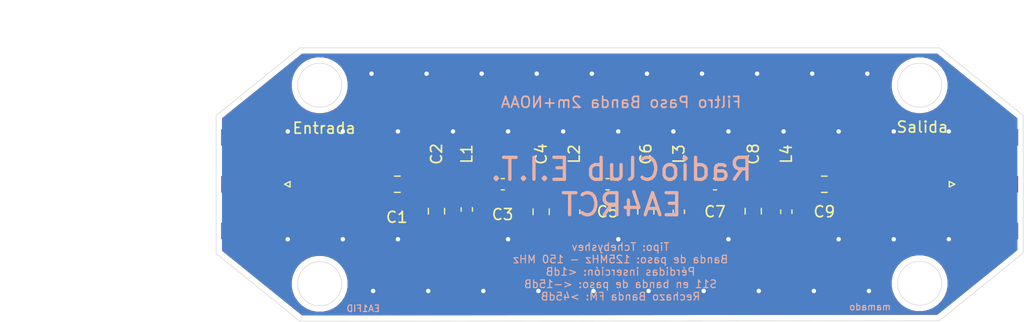
<source format=kicad_pcb>
(kicad_pcb (version 20171130) (host pcbnew "(5.1.8)-1")

  (general
    (thickness 1.6)
    (drawings 21)
    (tracks 86)
    (zones 0)
    (modules 15)
    (nets 8)
  )

  (page A4)
  (layers
    (0 F.Cu signal hide)
    (31 B.Cu signal)
    (32 B.Adhes user hide)
    (33 F.Adhes user hide)
    (34 B.Paste user)
    (35 F.Paste user hide)
    (36 B.SilkS user)
    (37 F.SilkS user hide)
    (38 B.Mask user)
    (39 F.Mask user hide)
    (40 Dwgs.User user)
    (41 Cmts.User user hide)
    (42 Eco1.User user)
    (43 Eco2.User user)
    (44 Edge.Cuts user)
    (45 Margin user hide)
    (46 B.CrtYd user hide)
    (47 F.CrtYd user hide)
    (48 B.Fab user hide)
    (49 F.Fab user hide)
  )

  (setup
    (last_trace_width 0.25)
    (user_trace_width 3)
    (trace_clearance 0.05)
    (zone_clearance 0.508)
    (zone_45_only no)
    (trace_min 0.2)
    (via_size 0.8)
    (via_drill 0.4)
    (via_min_size 0.4)
    (via_min_drill 0.3)
    (uvia_size 0.3)
    (uvia_drill 0.1)
    (uvias_allowed no)
    (uvia_min_size 0.2)
    (uvia_min_drill 0.1)
    (edge_width 0.05)
    (segment_width 0.2)
    (pcb_text_width 0.3)
    (pcb_text_size 1.5 1.5)
    (mod_edge_width 0.12)
    (mod_text_size 1 1)
    (mod_text_width 0.15)
    (pad_size 1.524 1.524)
    (pad_drill 0.762)
    (pad_to_mask_clearance 0)
    (aux_axis_origin 0 0)
    (visible_elements 7FFFFFFF)
    (pcbplotparams
      (layerselection 0x010fc_ffffffff)
      (usegerberextensions false)
      (usegerberattributes true)
      (usegerberadvancedattributes true)
      (creategerberjobfile true)
      (excludeedgelayer true)
      (linewidth 0.100000)
      (plotframeref false)
      (viasonmask false)
      (mode 1)
      (useauxorigin false)
      (hpglpennumber 1)
      (hpglpenspeed 20)
      (hpglpendiameter 15.000000)
      (psnegative false)
      (psa4output false)
      (plotreference true)
      (plotvalue true)
      (plotinvisibletext false)
      (padsonsilk false)
      (subtractmaskfromsilk false)
      (outputformat 1)
      (mirror false)
      (drillshape 1)
      (scaleselection 1)
      (outputdirectory ""))
  )

  (net 0 "")
  (net 1 "Net-(C1-Pad1)")
  (net 2 "Net-(C1-Pad2)")
  (net 3 Earth)
  (net 4 "Net-(C3-Pad1)")
  (net 5 "Net-(C5-Pad1)")
  (net 6 "Net-(C7-Pad1)")
  (net 7 "Net-(C9-Pad1)")

  (net_class Default "Esta es la clase de red por defecto."
    (clearance 0.05)
    (trace_width 0.25)
    (via_dia 0.8)
    (via_drill 0.4)
    (uvia_dia 0.3)
    (uvia_drill 0.1)
    (add_net Earth)
    (add_net "Net-(C1-Pad1)")
    (add_net "Net-(C1-Pad2)")
    (add_net "Net-(C3-Pad1)")
    (add_net "Net-(C5-Pad1)")
    (add_net "Net-(C7-Pad1)")
    (add_net "Net-(C9-Pad1)")
  )

  (module Capacitor_SMD:C_0805_2012Metric (layer F.Cu) (tedit 5F68FEEE) (tstamp 600745B4)
    (at 99.95 85 180)
    (descr "Capacitor SMD 0805 (2012 Metric), square (rectangular) end terminal, IPC_7351 nominal, (Body size source: IPC-SM-782 page 76, https://www.pcb-3d.com/wordpress/wp-content/uploads/ipc-sm-782a_amendment_1_and_2.pdf, https://docs.google.com/spreadsheets/d/1BsfQQcO9C6DZCsRaXUlFlo91Tg2WpOkGARC1WS5S8t0/edit?usp=sharing), generated with kicad-footprint-generator")
    (tags capacitor)
    (path /60070052)
    (attr smd)
    (fp_text reference C1 (at 0.05 -3) (layer F.SilkS)
      (effects (font (size 1 1) (thickness 0.15)))
    )
    (fp_text value 10pF (at 0 1.68) (layer F.Fab)
      (effects (font (size 1 1) (thickness 0.15)))
    )
    (fp_line (start 1.7 0.98) (end -1.7 0.98) (layer F.CrtYd) (width 0.05))
    (fp_line (start 1.7 -0.98) (end 1.7 0.98) (layer F.CrtYd) (width 0.05))
    (fp_line (start -1.7 -0.98) (end 1.7 -0.98) (layer F.CrtYd) (width 0.05))
    (fp_line (start -1.7 0.98) (end -1.7 -0.98) (layer F.CrtYd) (width 0.05))
    (fp_line (start -0.261252 0.735) (end 0.261252 0.735) (layer F.SilkS) (width 0.12))
    (fp_line (start -0.261252 -0.735) (end 0.261252 -0.735) (layer F.SilkS) (width 0.12))
    (fp_line (start 1 0.625) (end -1 0.625) (layer F.Fab) (width 0.1))
    (fp_line (start 1 -0.625) (end 1 0.625) (layer F.Fab) (width 0.1))
    (fp_line (start -1 -0.625) (end 1 -0.625) (layer F.Fab) (width 0.1))
    (fp_line (start -1 0.625) (end -1 -0.625) (layer F.Fab) (width 0.1))
    (fp_text user %R (at 0 0) (layer F.Fab)
      (effects (font (size 0.5 0.5) (thickness 0.08)))
    )
    (pad 1 smd roundrect (at -0.95 0 180) (size 1 1.45) (layers F.Cu F.Paste F.Mask) (roundrect_rratio 0.25)
      (net 1 "Net-(C1-Pad1)"))
    (pad 2 smd roundrect (at 0.95 0 180) (size 1 1.45) (layers F.Cu F.Paste F.Mask) (roundrect_rratio 0.25)
      (net 2 "Net-(C1-Pad2)"))
    (model ${KISYS3DMOD}/Capacitor_SMD.3dshapes/C_0805_2012Metric.wrl
      (at (xyz 0 0 0))
      (scale (xyz 1 1 1))
      (rotate (xyz 0 0 0))
    )
  )

  (module Capacitor_SMD:C_0805_2012Metric (layer F.Cu) (tedit 5F68FEEE) (tstamp 600745C5)
    (at 103.5 87.45 270)
    (descr "Capacitor SMD 0805 (2012 Metric), square (rectangular) end terminal, IPC_7351 nominal, (Body size source: IPC-SM-782 page 76, https://www.pcb-3d.com/wordpress/wp-content/uploads/ipc-sm-782a_amendment_1_and_2.pdf, https://docs.google.com/spreadsheets/d/1BsfQQcO9C6DZCsRaXUlFlo91Tg2WpOkGARC1WS5S8t0/edit?usp=sharing), generated with kicad-footprint-generator")
    (tags capacitor)
    (path /60073738)
    (attr smd)
    (fp_text reference C2 (at -5.2 0 90) (layer F.SilkS)
      (effects (font (size 1 1) (thickness 0.15)))
    )
    (fp_text value 2,7pF (at 0 1.68 90) (layer F.Fab)
      (effects (font (size 1 1) (thickness 0.15)))
    )
    (fp_line (start -1 0.625) (end -1 -0.625) (layer F.Fab) (width 0.1))
    (fp_line (start -1 -0.625) (end 1 -0.625) (layer F.Fab) (width 0.1))
    (fp_line (start 1 -0.625) (end 1 0.625) (layer F.Fab) (width 0.1))
    (fp_line (start 1 0.625) (end -1 0.625) (layer F.Fab) (width 0.1))
    (fp_line (start -0.261252 -0.735) (end 0.261252 -0.735) (layer F.SilkS) (width 0.12))
    (fp_line (start -0.261252 0.735) (end 0.261252 0.735) (layer F.SilkS) (width 0.12))
    (fp_line (start -1.7 0.98) (end -1.7 -0.98) (layer F.CrtYd) (width 0.05))
    (fp_line (start -1.7 -0.98) (end 1.7 -0.98) (layer F.CrtYd) (width 0.05))
    (fp_line (start 1.7 -0.98) (end 1.7 0.98) (layer F.CrtYd) (width 0.05))
    (fp_line (start 1.7 0.98) (end -1.7 0.98) (layer F.CrtYd) (width 0.05))
    (fp_text user %R (at 0 0 90) (layer F.Fab)
      (effects (font (size 0.5 0.5) (thickness 0.08)))
    )
    (pad 2 smd roundrect (at 0.95 0 270) (size 1 1.45) (layers F.Cu F.Paste F.Mask) (roundrect_rratio 0.25)
      (net 3 Earth))
    (pad 1 smd roundrect (at -0.95 0 270) (size 1 1.45) (layers F.Cu F.Paste F.Mask) (roundrect_rratio 0.25)
      (net 1 "Net-(C1-Pad1)"))
    (model ${KISYS3DMOD}/Capacitor_SMD.3dshapes/C_0805_2012Metric.wrl
      (at (xyz 0 0 0))
      (scale (xyz 1 1 1))
      (rotate (xyz 0 0 0))
    )
  )

  (module Capacitor_SMD:C_0603_1608Metric (layer F.Cu) (tedit 5F68FEEE) (tstamp 600745D6)
    (at 109.525 85 180)
    (descr "Capacitor SMD 0603 (1608 Metric), square (rectangular) end terminal, IPC_7351 nominal, (Body size source: IPC-SM-782 page 76, https://www.pcb-3d.com/wordpress/wp-content/uploads/ipc-sm-782a_amendment_1_and_2.pdf), generated with kicad-footprint-generator")
    (tags capacitor)
    (path /6008681C)
    (attr smd)
    (fp_text reference C3 (at 0.025 -2.75) (layer F.SilkS)
      (effects (font (size 1 1) (thickness 0.15)))
    )
    (fp_text value 2,2pF (at 0 1.43) (layer F.Fab)
      (effects (font (size 1 1) (thickness 0.15)))
    )
    (fp_line (start 1.48 0.73) (end -1.48 0.73) (layer F.CrtYd) (width 0.05))
    (fp_line (start 1.48 -0.73) (end 1.48 0.73) (layer F.CrtYd) (width 0.05))
    (fp_line (start -1.48 -0.73) (end 1.48 -0.73) (layer F.CrtYd) (width 0.05))
    (fp_line (start -1.48 0.73) (end -1.48 -0.73) (layer F.CrtYd) (width 0.05))
    (fp_line (start -0.14058 0.51) (end 0.14058 0.51) (layer F.SilkS) (width 0.12))
    (fp_line (start -0.14058 -0.51) (end 0.14058 -0.51) (layer F.SilkS) (width 0.12))
    (fp_line (start 0.8 0.4) (end -0.8 0.4) (layer F.Fab) (width 0.1))
    (fp_line (start 0.8 -0.4) (end 0.8 0.4) (layer F.Fab) (width 0.1))
    (fp_line (start -0.8 -0.4) (end 0.8 -0.4) (layer F.Fab) (width 0.1))
    (fp_line (start -0.8 0.4) (end -0.8 -0.4) (layer F.Fab) (width 0.1))
    (fp_text user %R (at 0 0) (layer F.Fab)
      (effects (font (size 0.4 0.4) (thickness 0.06)))
    )
    (pad 1 smd roundrect (at -0.775 0 180) (size 0.9 0.95) (layers F.Cu F.Paste F.Mask) (roundrect_rratio 0.25)
      (net 4 "Net-(C3-Pad1)"))
    (pad 2 smd roundrect (at 0.775 0 180) (size 0.9 0.95) (layers F.Cu F.Paste F.Mask) (roundrect_rratio 0.25)
      (net 1 "Net-(C1-Pad1)"))
    (model ${KISYS3DMOD}/Capacitor_SMD.3dshapes/C_0603_1608Metric.wrl
      (at (xyz 0 0 0))
      (scale (xyz 1 1 1))
      (rotate (xyz 0 0 0))
    )
  )

  (module Capacitor_SMD:C_0805_2012Metric (layer F.Cu) (tedit 5F68FEEE) (tstamp 600745E7)
    (at 113 87.5 270)
    (descr "Capacitor SMD 0805 (2012 Metric), square (rectangular) end terminal, IPC_7351 nominal, (Body size source: IPC-SM-782 page 76, https://www.pcb-3d.com/wordpress/wp-content/uploads/ipc-sm-782a_amendment_1_and_2.pdf, https://docs.google.com/spreadsheets/d/1BsfQQcO9C6DZCsRaXUlFlo91Tg2WpOkGARC1WS5S8t0/edit?usp=sharing), generated with kicad-footprint-generator")
    (tags capacitor)
    (path /60086822)
    (attr smd)
    (fp_text reference C4 (at -5.25 0 90) (layer F.SilkS)
      (effects (font (size 1 1) (thickness 0.15)))
    )
    (fp_text value 10pF (at 0 1.68 90) (layer F.Fab)
      (effects (font (size 1 1) (thickness 0.15)))
    )
    (fp_line (start 1.7 0.98) (end -1.7 0.98) (layer F.CrtYd) (width 0.05))
    (fp_line (start 1.7 -0.98) (end 1.7 0.98) (layer F.CrtYd) (width 0.05))
    (fp_line (start -1.7 -0.98) (end 1.7 -0.98) (layer F.CrtYd) (width 0.05))
    (fp_line (start -1.7 0.98) (end -1.7 -0.98) (layer F.CrtYd) (width 0.05))
    (fp_line (start -0.261252 0.735) (end 0.261252 0.735) (layer F.SilkS) (width 0.12))
    (fp_line (start -0.261252 -0.735) (end 0.261252 -0.735) (layer F.SilkS) (width 0.12))
    (fp_line (start 1 0.625) (end -1 0.625) (layer F.Fab) (width 0.1))
    (fp_line (start 1 -0.625) (end 1 0.625) (layer F.Fab) (width 0.1))
    (fp_line (start -1 -0.625) (end 1 -0.625) (layer F.Fab) (width 0.1))
    (fp_line (start -1 0.625) (end -1 -0.625) (layer F.Fab) (width 0.1))
    (fp_text user %R (at 0 0 90) (layer F.Fab)
      (effects (font (size 0.5 0.5) (thickness 0.08)))
    )
    (pad 1 smd roundrect (at -0.95 0 270) (size 1 1.45) (layers F.Cu F.Paste F.Mask) (roundrect_rratio 0.25)
      (net 4 "Net-(C3-Pad1)"))
    (pad 2 smd roundrect (at 0.95 0 270) (size 1 1.45) (layers F.Cu F.Paste F.Mask) (roundrect_rratio 0.25)
      (net 3 Earth))
    (model ${KISYS3DMOD}/Capacitor_SMD.3dshapes/C_0805_2012Metric.wrl
      (at (xyz 0 0 0))
      (scale (xyz 1 1 1))
      (rotate (xyz 0 0 0))
    )
  )

  (module Capacitor_SMD:C_0603_1608Metric (layer F.Cu) (tedit 5F68FEEE) (tstamp 600745F8)
    (at 119.025 85 180)
    (descr "Capacitor SMD 0603 (1608 Metric), square (rectangular) end terminal, IPC_7351 nominal, (Body size source: IPC-SM-782 page 76, https://www.pcb-3d.com/wordpress/wp-content/uploads/ipc-sm-782a_amendment_1_and_2.pdf), generated with kicad-footprint-generator")
    (tags capacitor)
    (path /600887F4)
    (attr smd)
    (fp_text reference C5 (at 0 -2.5) (layer F.SilkS)
      (effects (font (size 1 1) (thickness 0.15)))
    )
    (fp_text value 1,5pF (at 0 1.43) (layer F.Fab)
      (effects (font (size 1 1) (thickness 0.15)))
    )
    (fp_line (start -0.8 0.4) (end -0.8 -0.4) (layer F.Fab) (width 0.1))
    (fp_line (start -0.8 -0.4) (end 0.8 -0.4) (layer F.Fab) (width 0.1))
    (fp_line (start 0.8 -0.4) (end 0.8 0.4) (layer F.Fab) (width 0.1))
    (fp_line (start 0.8 0.4) (end -0.8 0.4) (layer F.Fab) (width 0.1))
    (fp_line (start -0.14058 -0.51) (end 0.14058 -0.51) (layer F.SilkS) (width 0.12))
    (fp_line (start -0.14058 0.51) (end 0.14058 0.51) (layer F.SilkS) (width 0.12))
    (fp_line (start -1.48 0.73) (end -1.48 -0.73) (layer F.CrtYd) (width 0.05))
    (fp_line (start -1.48 -0.73) (end 1.48 -0.73) (layer F.CrtYd) (width 0.05))
    (fp_line (start 1.48 -0.73) (end 1.48 0.73) (layer F.CrtYd) (width 0.05))
    (fp_line (start 1.48 0.73) (end -1.48 0.73) (layer F.CrtYd) (width 0.05))
    (fp_text user %R (at 0 0) (layer F.Fab)
      (effects (font (size 0.4 0.4) (thickness 0.06)))
    )
    (pad 2 smd roundrect (at 0.775 0 180) (size 0.9 0.95) (layers F.Cu F.Paste F.Mask) (roundrect_rratio 0.25)
      (net 4 "Net-(C3-Pad1)"))
    (pad 1 smd roundrect (at -0.775 0 180) (size 0.9 0.95) (layers F.Cu F.Paste F.Mask) (roundrect_rratio 0.25)
      (net 5 "Net-(C5-Pad1)"))
    (model ${KISYS3DMOD}/Capacitor_SMD.3dshapes/C_0603_1608Metric.wrl
      (at (xyz 0 0 0))
      (scale (xyz 1 1 1))
      (rotate (xyz 0 0 0))
    )
  )

  (module Capacitor_SMD:C_0805_2012Metric (layer F.Cu) (tedit 5F68FEEE) (tstamp 60074609)
    (at 122.5 87.45 270)
    (descr "Capacitor SMD 0805 (2012 Metric), square (rectangular) end terminal, IPC_7351 nominal, (Body size source: IPC-SM-782 page 76, https://www.pcb-3d.com/wordpress/wp-content/uploads/ipc-sm-782a_amendment_1_and_2.pdf, https://docs.google.com/spreadsheets/d/1BsfQQcO9C6DZCsRaXUlFlo91Tg2WpOkGARC1WS5S8t0/edit?usp=sharing), generated with kicad-footprint-generator")
    (tags capacitor)
    (path /600887FA)
    (attr smd)
    (fp_text reference C6 (at -5.2 0 90) (layer F.SilkS)
      (effects (font (size 1 1) (thickness 0.15)))
    )
    (fp_text value 10pF (at 0 1.68 90) (layer F.Fab)
      (effects (font (size 1 1) (thickness 0.15)))
    )
    (fp_line (start -1 0.625) (end -1 -0.625) (layer F.Fab) (width 0.1))
    (fp_line (start -1 -0.625) (end 1 -0.625) (layer F.Fab) (width 0.1))
    (fp_line (start 1 -0.625) (end 1 0.625) (layer F.Fab) (width 0.1))
    (fp_line (start 1 0.625) (end -1 0.625) (layer F.Fab) (width 0.1))
    (fp_line (start -0.261252 -0.735) (end 0.261252 -0.735) (layer F.SilkS) (width 0.12))
    (fp_line (start -0.261252 0.735) (end 0.261252 0.735) (layer F.SilkS) (width 0.12))
    (fp_line (start -1.7 0.98) (end -1.7 -0.98) (layer F.CrtYd) (width 0.05))
    (fp_line (start -1.7 -0.98) (end 1.7 -0.98) (layer F.CrtYd) (width 0.05))
    (fp_line (start 1.7 -0.98) (end 1.7 0.98) (layer F.CrtYd) (width 0.05))
    (fp_line (start 1.7 0.98) (end -1.7 0.98) (layer F.CrtYd) (width 0.05))
    (fp_text user %R (at 0 0 90) (layer F.Fab)
      (effects (font (size 0.5 0.5) (thickness 0.08)))
    )
    (pad 2 smd roundrect (at 0.95 0 270) (size 1 1.45) (layers F.Cu F.Paste F.Mask) (roundrect_rratio 0.25)
      (net 3 Earth))
    (pad 1 smd roundrect (at -0.95 0 270) (size 1 1.45) (layers F.Cu F.Paste F.Mask) (roundrect_rratio 0.25)
      (net 5 "Net-(C5-Pad1)"))
    (model ${KISYS3DMOD}/Capacitor_SMD.3dshapes/C_0805_2012Metric.wrl
      (at (xyz 0 0 0))
      (scale (xyz 1 1 1))
      (rotate (xyz 0 0 0))
    )
  )

  (module Capacitor_SMD:C_0603_1608Metric (layer F.Cu) (tedit 5F68FEEE) (tstamp 6007461A)
    (at 128.775 85 180)
    (descr "Capacitor SMD 0603 (1608 Metric), square (rectangular) end terminal, IPC_7351 nominal, (Body size source: IPC-SM-782 page 76, https://www.pcb-3d.com/wordpress/wp-content/uploads/ipc-sm-782a_amendment_1_and_2.pdf), generated with kicad-footprint-generator")
    (tags capacitor)
    (path /6008B493)
    (attr smd)
    (fp_text reference C7 (at 0 -2.5) (layer F.SilkS)
      (effects (font (size 1 1) (thickness 0.15)))
    )
    (fp_text value 2,2pF (at 0 1.43) (layer F.Fab)
      (effects (font (size 1 1) (thickness 0.15)))
    )
    (fp_line (start 1.48 0.73) (end -1.48 0.73) (layer F.CrtYd) (width 0.05))
    (fp_line (start 1.48 -0.73) (end 1.48 0.73) (layer F.CrtYd) (width 0.05))
    (fp_line (start -1.48 -0.73) (end 1.48 -0.73) (layer F.CrtYd) (width 0.05))
    (fp_line (start -1.48 0.73) (end -1.48 -0.73) (layer F.CrtYd) (width 0.05))
    (fp_line (start -0.14058 0.51) (end 0.14058 0.51) (layer F.SilkS) (width 0.12))
    (fp_line (start -0.14058 -0.51) (end 0.14058 -0.51) (layer F.SilkS) (width 0.12))
    (fp_line (start 0.8 0.4) (end -0.8 0.4) (layer F.Fab) (width 0.1))
    (fp_line (start 0.8 -0.4) (end 0.8 0.4) (layer F.Fab) (width 0.1))
    (fp_line (start -0.8 -0.4) (end 0.8 -0.4) (layer F.Fab) (width 0.1))
    (fp_line (start -0.8 0.4) (end -0.8 -0.4) (layer F.Fab) (width 0.1))
    (fp_text user %R (at 0 0) (layer F.Fab)
      (effects (font (size 0.4 0.4) (thickness 0.06)))
    )
    (pad 1 smd roundrect (at -0.775 0 180) (size 0.9 0.95) (layers F.Cu F.Paste F.Mask) (roundrect_rratio 0.25)
      (net 6 "Net-(C7-Pad1)"))
    (pad 2 smd roundrect (at 0.775 0 180) (size 0.9 0.95) (layers F.Cu F.Paste F.Mask) (roundrect_rratio 0.25)
      (net 5 "Net-(C5-Pad1)"))
    (model ${KISYS3DMOD}/Capacitor_SMD.3dshapes/C_0603_1608Metric.wrl
      (at (xyz 0 0 0))
      (scale (xyz 1 1 1))
      (rotate (xyz 0 0 0))
    )
  )

  (module Capacitor_SMD:C_0805_2012Metric (layer F.Cu) (tedit 5F68FEEE) (tstamp 6007462B)
    (at 132.25 87.45 270)
    (descr "Capacitor SMD 0805 (2012 Metric), square (rectangular) end terminal, IPC_7351 nominal, (Body size source: IPC-SM-782 page 76, https://www.pcb-3d.com/wordpress/wp-content/uploads/ipc-sm-782a_amendment_1_and_2.pdf, https://docs.google.com/spreadsheets/d/1BsfQQcO9C6DZCsRaXUlFlo91Tg2WpOkGARC1WS5S8t0/edit?usp=sharing), generated with kicad-footprint-generator")
    (tags capacitor)
    (path /6008B499)
    (attr smd)
    (fp_text reference C8 (at -5.2 0 90) (layer F.SilkS)
      (effects (font (size 1 1) (thickness 0.15)))
    )
    (fp_text value 2,7pF (at 0 1.68 90) (layer F.Fab)
      (effects (font (size 1 1) (thickness 0.15)))
    )
    (fp_line (start 1.7 0.98) (end -1.7 0.98) (layer F.CrtYd) (width 0.05))
    (fp_line (start 1.7 -0.98) (end 1.7 0.98) (layer F.CrtYd) (width 0.05))
    (fp_line (start -1.7 -0.98) (end 1.7 -0.98) (layer F.CrtYd) (width 0.05))
    (fp_line (start -1.7 0.98) (end -1.7 -0.98) (layer F.CrtYd) (width 0.05))
    (fp_line (start -0.261252 0.735) (end 0.261252 0.735) (layer F.SilkS) (width 0.12))
    (fp_line (start -0.261252 -0.735) (end 0.261252 -0.735) (layer F.SilkS) (width 0.12))
    (fp_line (start 1 0.625) (end -1 0.625) (layer F.Fab) (width 0.1))
    (fp_line (start 1 -0.625) (end 1 0.625) (layer F.Fab) (width 0.1))
    (fp_line (start -1 -0.625) (end 1 -0.625) (layer F.Fab) (width 0.1))
    (fp_line (start -1 0.625) (end -1 -0.625) (layer F.Fab) (width 0.1))
    (fp_text user %R (at 0 0 90) (layer F.Fab)
      (effects (font (size 0.5 0.5) (thickness 0.08)))
    )
    (pad 1 smd roundrect (at -0.95 0 270) (size 1 1.45) (layers F.Cu F.Paste F.Mask) (roundrect_rratio 0.25)
      (net 6 "Net-(C7-Pad1)"))
    (pad 2 smd roundrect (at 0.95 0 270) (size 1 1.45) (layers F.Cu F.Paste F.Mask) (roundrect_rratio 0.25)
      (net 3 Earth))
    (model ${KISYS3DMOD}/Capacitor_SMD.3dshapes/C_0805_2012Metric.wrl
      (at (xyz 0 0 0))
      (scale (xyz 1 1 1))
      (rotate (xyz 0 0 0))
    )
  )

  (module Capacitor_SMD:C_0805_2012Metric (layer F.Cu) (tedit 5F68FEEE) (tstamp 6007463C)
    (at 138.7 85 180)
    (descr "Capacitor SMD 0805 (2012 Metric), square (rectangular) end terminal, IPC_7351 nominal, (Body size source: IPC-SM-782 page 76, https://www.pcb-3d.com/wordpress/wp-content/uploads/ipc-sm-782a_amendment_1_and_2.pdf, https://docs.google.com/spreadsheets/d/1BsfQQcO9C6DZCsRaXUlFlo91Tg2WpOkGARC1WS5S8t0/edit?usp=sharing), generated with kicad-footprint-generator")
    (tags capacitor)
    (path /6008C1EC)
    (attr smd)
    (fp_text reference C9 (at 0 -2.5) (layer F.SilkS)
      (effects (font (size 1 1) (thickness 0.15)))
    )
    (fp_text value 10pF (at 0 1.68) (layer F.Fab)
      (effects (font (size 1 1) (thickness 0.15)))
    )
    (fp_line (start -1 0.625) (end -1 -0.625) (layer F.Fab) (width 0.1))
    (fp_line (start -1 -0.625) (end 1 -0.625) (layer F.Fab) (width 0.1))
    (fp_line (start 1 -0.625) (end 1 0.625) (layer F.Fab) (width 0.1))
    (fp_line (start 1 0.625) (end -1 0.625) (layer F.Fab) (width 0.1))
    (fp_line (start -0.261252 -0.735) (end 0.261252 -0.735) (layer F.SilkS) (width 0.12))
    (fp_line (start -0.261252 0.735) (end 0.261252 0.735) (layer F.SilkS) (width 0.12))
    (fp_line (start -1.7 0.98) (end -1.7 -0.98) (layer F.CrtYd) (width 0.05))
    (fp_line (start -1.7 -0.98) (end 1.7 -0.98) (layer F.CrtYd) (width 0.05))
    (fp_line (start 1.7 -0.98) (end 1.7 0.98) (layer F.CrtYd) (width 0.05))
    (fp_line (start 1.7 0.98) (end -1.7 0.98) (layer F.CrtYd) (width 0.05))
    (fp_text user %R (at 0 0) (layer F.Fab)
      (effects (font (size 0.5 0.5) (thickness 0.08)))
    )
    (pad 2 smd roundrect (at 0.95 0 180) (size 1 1.45) (layers F.Cu F.Paste F.Mask) (roundrect_rratio 0.25)
      (net 6 "Net-(C7-Pad1)"))
    (pad 1 smd roundrect (at -0.95 0 180) (size 1 1.45) (layers F.Cu F.Paste F.Mask) (roundrect_rratio 0.25)
      (net 7 "Net-(C9-Pad1)"))
    (model ${KISYS3DMOD}/Capacitor_SMD.3dshapes/C_0805_2012Metric.wrl
      (at (xyz 0 0 0))
      (scale (xyz 1 1 1))
      (rotate (xyz 0 0 0))
    )
  )

  (module Connector_Coaxial:SMA_Amphenol_132289_EdgeMount (layer F.Cu) (tedit 5A1C1810) (tstamp 6007465F)
    (at 86.5 85 180)
    (descr http://www.amphenolrf.com/132289.html)
    (tags SMA)
    (path /6006D444)
    (attr smd)
    (fp_text reference Entrada (at -6.8 5.1 180) (layer F.SilkS)
      (effects (font (size 1 1) (thickness 0.15)))
    )
    (fp_text value Conn_Coaxial (at 5 6) (layer F.Fab)
      (effects (font (size 1 1) (thickness 0.15)))
    )
    (fp_line (start -1.91 5.08) (end 4.445 5.08) (layer F.Fab) (width 0.1))
    (fp_line (start -1.91 3.81) (end -1.91 5.08) (layer F.Fab) (width 0.1))
    (fp_line (start 2.54 3.81) (end -1.91 3.81) (layer F.Fab) (width 0.1))
    (fp_line (start 2.54 -3.81) (end 2.54 3.81) (layer F.Fab) (width 0.1))
    (fp_line (start -1.91 -3.81) (end 2.54 -3.81) (layer F.Fab) (width 0.1))
    (fp_line (start -1.91 -5.08) (end -1.91 -3.81) (layer F.Fab) (width 0.1))
    (fp_line (start -1.91 -5.08) (end 4.445 -5.08) (layer F.Fab) (width 0.1))
    (fp_line (start 4.445 -3.81) (end 4.445 -5.08) (layer F.Fab) (width 0.1))
    (fp_line (start 4.445 5.08) (end 4.445 3.81) (layer F.Fab) (width 0.1))
    (fp_line (start 13.97 3.81) (end 4.445 3.81) (layer F.Fab) (width 0.1))
    (fp_line (start 13.97 -3.81) (end 13.97 3.81) (layer F.Fab) (width 0.1))
    (fp_line (start 4.445 -3.81) (end 13.97 -3.81) (layer F.Fab) (width 0.1))
    (fp_line (start -3.04 5.58) (end -3.04 -5.58) (layer B.CrtYd) (width 0.05))
    (fp_line (start 14.47 5.58) (end -3.04 5.58) (layer B.CrtYd) (width 0.05))
    (fp_line (start 14.47 -5.58) (end 14.47 5.58) (layer B.CrtYd) (width 0.05))
    (fp_line (start 14.47 -5.58) (end -3.04 -5.58) (layer B.CrtYd) (width 0.05))
    (fp_line (start -3.04 5.58) (end -3.04 -5.58) (layer F.CrtYd) (width 0.05))
    (fp_line (start 14.47 5.58) (end -3.04 5.58) (layer F.CrtYd) (width 0.05))
    (fp_line (start 14.47 -5.58) (end 14.47 5.58) (layer F.CrtYd) (width 0.05))
    (fp_line (start 14.47 -5.58) (end -3.04 -5.58) (layer F.CrtYd) (width 0.05))
    (fp_line (start 2.54 -0.75) (end 3.54 0) (layer F.Fab) (width 0.1))
    (fp_line (start 3.54 0) (end 2.54 0.75) (layer F.Fab) (width 0.1))
    (fp_line (start -3.21 0) (end -3.71 -0.25) (layer F.SilkS) (width 0.12))
    (fp_line (start -3.71 -0.25) (end -3.71 0.25) (layer F.SilkS) (width 0.12))
    (fp_line (start -3.71 0.25) (end -3.21 0) (layer F.SilkS) (width 0.12))
    (fp_text user %R (at 4.79 0 270) (layer F.Fab)
      (effects (font (size 1 1) (thickness 0.15)))
    )
    (pad 2 smd rect (at 0 4.25 270) (size 1.5 5.08) (layers B.Cu B.Paste B.Mask)
      (net 3 Earth))
    (pad 2 smd rect (at 0 -4.25 270) (size 1.5 5.08) (layers B.Cu B.Paste B.Mask)
      (net 3 Earth))
    (pad 2 smd rect (at 0 4.25 270) (size 1.5 5.08) (layers F.Cu F.Paste F.Mask)
      (net 3 Earth))
    (pad 2 smd rect (at 0 -4.25 270) (size 1.5 5.08) (layers F.Cu F.Paste F.Mask)
      (net 3 Earth))
    (pad 1 smd rect (at 0 0 270) (size 1.5 5.08) (layers F.Cu F.Paste F.Mask)
      (net 2 "Net-(C1-Pad2)"))
    (model ${KISYS3DMOD}/Connector_Coaxial.3dshapes/SMA_Amphenol_132289_EdgeMount.wrl
      (at (xyz 0 0 0))
      (scale (xyz 1 1 1))
      (rotate (xyz 0 0 0))
    )
  )

  (module Connector_Coaxial:SMA_Amphenol_132289_EdgeMount (layer F.Cu) (tedit 5A1C1810) (tstamp 60074682)
    (at 153.75 85)
    (descr http://www.amphenolrf.com/132289.html)
    (tags SMA)
    (path /6006E355)
    (attr smd)
    (fp_text reference Salida (at -6.15 -5.2 180) (layer F.SilkS)
      (effects (font (size 1 1) (thickness 0.15)))
    )
    (fp_text value Conn_Coaxial (at 5 6) (layer F.Fab)
      (effects (font (size 1 1) (thickness 0.15)))
    )
    (fp_line (start -3.71 0.25) (end -3.21 0) (layer F.SilkS) (width 0.12))
    (fp_line (start -3.71 -0.25) (end -3.71 0.25) (layer F.SilkS) (width 0.12))
    (fp_line (start -3.21 0) (end -3.71 -0.25) (layer F.SilkS) (width 0.12))
    (fp_line (start 3.54 0) (end 2.54 0.75) (layer F.Fab) (width 0.1))
    (fp_line (start 2.54 -0.75) (end 3.54 0) (layer F.Fab) (width 0.1))
    (fp_line (start 14.47 -5.58) (end -3.04 -5.58) (layer F.CrtYd) (width 0.05))
    (fp_line (start 14.47 -5.58) (end 14.47 5.58) (layer F.CrtYd) (width 0.05))
    (fp_line (start 14.47 5.58) (end -3.04 5.58) (layer F.CrtYd) (width 0.05))
    (fp_line (start -3.04 5.58) (end -3.04 -5.58) (layer F.CrtYd) (width 0.05))
    (fp_line (start 14.47 -5.58) (end -3.04 -5.58) (layer B.CrtYd) (width 0.05))
    (fp_line (start 14.47 -5.58) (end 14.47 5.58) (layer B.CrtYd) (width 0.05))
    (fp_line (start 14.47 5.58) (end -3.04 5.58) (layer B.CrtYd) (width 0.05))
    (fp_line (start -3.04 5.58) (end -3.04 -5.58) (layer B.CrtYd) (width 0.05))
    (fp_line (start 4.445 -3.81) (end 13.97 -3.81) (layer F.Fab) (width 0.1))
    (fp_line (start 13.97 -3.81) (end 13.97 3.81) (layer F.Fab) (width 0.1))
    (fp_line (start 13.97 3.81) (end 4.445 3.81) (layer F.Fab) (width 0.1))
    (fp_line (start 4.445 5.08) (end 4.445 3.81) (layer F.Fab) (width 0.1))
    (fp_line (start 4.445 -3.81) (end 4.445 -5.08) (layer F.Fab) (width 0.1))
    (fp_line (start -1.91 -5.08) (end 4.445 -5.08) (layer F.Fab) (width 0.1))
    (fp_line (start -1.91 -5.08) (end -1.91 -3.81) (layer F.Fab) (width 0.1))
    (fp_line (start -1.91 -3.81) (end 2.54 -3.81) (layer F.Fab) (width 0.1))
    (fp_line (start 2.54 -3.81) (end 2.54 3.81) (layer F.Fab) (width 0.1))
    (fp_line (start 2.54 3.81) (end -1.91 3.81) (layer F.Fab) (width 0.1))
    (fp_line (start -1.91 3.81) (end -1.91 5.08) (layer F.Fab) (width 0.1))
    (fp_line (start -1.91 5.08) (end 4.445 5.08) (layer F.Fab) (width 0.1))
    (fp_text user %R (at 4.79 0 270) (layer F.Fab)
      (effects (font (size 1 1) (thickness 0.15)))
    )
    (pad 1 smd rect (at 0 0 90) (size 1.5 5.08) (layers F.Cu F.Paste F.Mask)
      (net 7 "Net-(C9-Pad1)"))
    (pad 2 smd rect (at 0 -4.25 90) (size 1.5 5.08) (layers F.Cu F.Paste F.Mask)
      (net 3 Earth))
    (pad 2 smd rect (at 0 4.25 90) (size 1.5 5.08) (layers F.Cu F.Paste F.Mask)
      (net 3 Earth))
    (pad 2 smd rect (at 0 -4.25 90) (size 1.5 5.08) (layers B.Cu B.Paste B.Mask)
      (net 3 Earth))
    (pad 2 smd rect (at 0 4.25 90) (size 1.5 5.08) (layers B.Cu B.Paste B.Mask)
      (net 3 Earth))
    (model ${KISYS3DMOD}/Connector_Coaxial.3dshapes/SMA_Amphenol_132289_EdgeMount.wrl
      (at (xyz 0 0 0))
      (scale (xyz 1 1 1))
      (rotate (xyz 0 0 0))
    )
  )

  (module Inductor_SMD:L_0603_1608Metric (layer F.Cu) (tedit 5F68FEF0) (tstamp 60074693)
    (at 106.25 87.2875 270)
    (descr "Inductor SMD 0603 (1608 Metric), square (rectangular) end terminal, IPC_7351 nominal, (Body size source: http://www.tortai-tech.com/upload/download/2011102023233369053.pdf), generated with kicad-footprint-generator")
    (tags inductor)
    (path /60078659)
    (attr smd)
    (fp_text reference L1 (at -5.0375 0 90) (layer F.SilkS)
      (effects (font (size 1 1) (thickness 0.15)))
    )
    (fp_text value 100nH (at 0 1.43 90) (layer F.Fab)
      (effects (font (size 1 1) (thickness 0.15)))
    )
    (fp_line (start 1.48 0.73) (end -1.48 0.73) (layer F.CrtYd) (width 0.05))
    (fp_line (start 1.48 -0.73) (end 1.48 0.73) (layer F.CrtYd) (width 0.05))
    (fp_line (start -1.48 -0.73) (end 1.48 -0.73) (layer F.CrtYd) (width 0.05))
    (fp_line (start -1.48 0.73) (end -1.48 -0.73) (layer F.CrtYd) (width 0.05))
    (fp_line (start -0.162779 0.51) (end 0.162779 0.51) (layer F.SilkS) (width 0.12))
    (fp_line (start -0.162779 -0.51) (end 0.162779 -0.51) (layer F.SilkS) (width 0.12))
    (fp_line (start 0.8 0.4) (end -0.8 0.4) (layer F.Fab) (width 0.1))
    (fp_line (start 0.8 -0.4) (end 0.8 0.4) (layer F.Fab) (width 0.1))
    (fp_line (start -0.8 -0.4) (end 0.8 -0.4) (layer F.Fab) (width 0.1))
    (fp_line (start -0.8 0.4) (end -0.8 -0.4) (layer F.Fab) (width 0.1))
    (fp_text user %R (at 0 0 90) (layer F.Fab)
      (effects (font (size 0.4 0.4) (thickness 0.06)))
    )
    (pad 1 smd roundrect (at -0.7875 0 270) (size 0.875 0.95) (layers F.Cu F.Paste F.Mask) (roundrect_rratio 0.25)
      (net 1 "Net-(C1-Pad1)"))
    (pad 2 smd roundrect (at 0.7875 0 270) (size 0.875 0.95) (layers F.Cu F.Paste F.Mask) (roundrect_rratio 0.25)
      (net 3 Earth))
    (model ${KISYS3DMOD}/Inductor_SMD.3dshapes/L_0603_1608Metric.wrl
      (at (xyz 0 0 0))
      (scale (xyz 1 1 1))
      (rotate (xyz 0 0 0))
    )
  )

  (module Inductor_SMD:L_0603_1608Metric (layer F.Cu) (tedit 5F68FEF0) (tstamp 600746A4)
    (at 116 87.5 270)
    (descr "Inductor SMD 0603 (1608 Metric), square (rectangular) end terminal, IPC_7351 nominal, (Body size source: http://www.tortai-tech.com/upload/download/2011102023233369053.pdf), generated with kicad-footprint-generator")
    (tags inductor)
    (path /60086828)
    (attr smd)
    (fp_text reference L2 (at -5.25 0 90) (layer F.SilkS)
      (effects (font (size 1 1) (thickness 0.15)))
    )
    (fp_text value 100nH (at 0 1.43 90) (layer F.Fab)
      (effects (font (size 1 1) (thickness 0.15)))
    )
    (fp_line (start -0.8 0.4) (end -0.8 -0.4) (layer F.Fab) (width 0.1))
    (fp_line (start -0.8 -0.4) (end 0.8 -0.4) (layer F.Fab) (width 0.1))
    (fp_line (start 0.8 -0.4) (end 0.8 0.4) (layer F.Fab) (width 0.1))
    (fp_line (start 0.8 0.4) (end -0.8 0.4) (layer F.Fab) (width 0.1))
    (fp_line (start -0.162779 -0.51) (end 0.162779 -0.51) (layer F.SilkS) (width 0.12))
    (fp_line (start -0.162779 0.51) (end 0.162779 0.51) (layer F.SilkS) (width 0.12))
    (fp_line (start -1.48 0.73) (end -1.48 -0.73) (layer F.CrtYd) (width 0.05))
    (fp_line (start -1.48 -0.73) (end 1.48 -0.73) (layer F.CrtYd) (width 0.05))
    (fp_line (start 1.48 -0.73) (end 1.48 0.73) (layer F.CrtYd) (width 0.05))
    (fp_line (start 1.48 0.73) (end -1.48 0.73) (layer F.CrtYd) (width 0.05))
    (fp_text user %R (at 0 0 90) (layer F.Fab)
      (effects (font (size 0.4 0.4) (thickness 0.06)))
    )
    (pad 2 smd roundrect (at 0.7875 0 270) (size 0.875 0.95) (layers F.Cu F.Paste F.Mask) (roundrect_rratio 0.25)
      (net 3 Earth))
    (pad 1 smd roundrect (at -0.7875 0 270) (size 0.875 0.95) (layers F.Cu F.Paste F.Mask) (roundrect_rratio 0.25)
      (net 4 "Net-(C3-Pad1)"))
    (model ${KISYS3DMOD}/Inductor_SMD.3dshapes/L_0603_1608Metric.wrl
      (at (xyz 0 0 0))
      (scale (xyz 1 1 1))
      (rotate (xyz 0 0 0))
    )
  )

  (module Inductor_SMD:L_0603_1608Metric (layer F.Cu) (tedit 5F68FEF0) (tstamp 600746B5)
    (at 125.5 87.5 270)
    (descr "Inductor SMD 0603 (1608 Metric), square (rectangular) end terminal, IPC_7351 nominal, (Body size source: http://www.tortai-tech.com/upload/download/2011102023233369053.pdf), generated with kicad-footprint-generator")
    (tags inductor)
    (path /60088800)
    (attr smd)
    (fp_text reference L3 (at -5.25 0 90) (layer F.SilkS)
      (effects (font (size 1 1) (thickness 0.15)))
    )
    (fp_text value 100nH (at 0 1.43 90) (layer F.Fab)
      (effects (font (size 1 1) (thickness 0.15)))
    )
    (fp_line (start 1.48 0.73) (end -1.48 0.73) (layer F.CrtYd) (width 0.05))
    (fp_line (start 1.48 -0.73) (end 1.48 0.73) (layer F.CrtYd) (width 0.05))
    (fp_line (start -1.48 -0.73) (end 1.48 -0.73) (layer F.CrtYd) (width 0.05))
    (fp_line (start -1.48 0.73) (end -1.48 -0.73) (layer F.CrtYd) (width 0.05))
    (fp_line (start -0.162779 0.51) (end 0.162779 0.51) (layer F.SilkS) (width 0.12))
    (fp_line (start -0.162779 -0.51) (end 0.162779 -0.51) (layer F.SilkS) (width 0.12))
    (fp_line (start 0.8 0.4) (end -0.8 0.4) (layer F.Fab) (width 0.1))
    (fp_line (start 0.8 -0.4) (end 0.8 0.4) (layer F.Fab) (width 0.1))
    (fp_line (start -0.8 -0.4) (end 0.8 -0.4) (layer F.Fab) (width 0.1))
    (fp_line (start -0.8 0.4) (end -0.8 -0.4) (layer F.Fab) (width 0.1))
    (fp_text user %R (at 0 0 90) (layer F.Fab)
      (effects (font (size 0.4 0.4) (thickness 0.06)))
    )
    (pad 1 smd roundrect (at -0.7875 0 270) (size 0.875 0.95) (layers F.Cu F.Paste F.Mask) (roundrect_rratio 0.25)
      (net 5 "Net-(C5-Pad1)"))
    (pad 2 smd roundrect (at 0.7875 0 270) (size 0.875 0.95) (layers F.Cu F.Paste F.Mask) (roundrect_rratio 0.25)
      (net 3 Earth))
    (model ${KISYS3DMOD}/Inductor_SMD.3dshapes/L_0603_1608Metric.wrl
      (at (xyz 0 0 0))
      (scale (xyz 1 1 1))
      (rotate (xyz 0 0 0))
    )
  )

  (module Inductor_SMD:L_0603_1608Metric (layer F.Cu) (tedit 5F68FEF0) (tstamp 600746C6)
    (at 135.25 87.5 270)
    (descr "Inductor SMD 0603 (1608 Metric), square (rectangular) end terminal, IPC_7351 nominal, (Body size source: http://www.tortai-tech.com/upload/download/2011102023233369053.pdf), generated with kicad-footprint-generator")
    (tags inductor)
    (path /6008B49F)
    (attr smd)
    (fp_text reference L4 (at -5.25 0 90) (layer F.SilkS)
      (effects (font (size 1 1) (thickness 0.15)))
    )
    (fp_text value 100nH (at 0 1.43 90) (layer F.Fab)
      (effects (font (size 1 1) (thickness 0.15)))
    )
    (fp_line (start -0.8 0.4) (end -0.8 -0.4) (layer F.Fab) (width 0.1))
    (fp_line (start -0.8 -0.4) (end 0.8 -0.4) (layer F.Fab) (width 0.1))
    (fp_line (start 0.8 -0.4) (end 0.8 0.4) (layer F.Fab) (width 0.1))
    (fp_line (start 0.8 0.4) (end -0.8 0.4) (layer F.Fab) (width 0.1))
    (fp_line (start -0.162779 -0.51) (end 0.162779 -0.51) (layer F.SilkS) (width 0.12))
    (fp_line (start -0.162779 0.51) (end 0.162779 0.51) (layer F.SilkS) (width 0.12))
    (fp_line (start -1.48 0.73) (end -1.48 -0.73) (layer F.CrtYd) (width 0.05))
    (fp_line (start -1.48 -0.73) (end 1.48 -0.73) (layer F.CrtYd) (width 0.05))
    (fp_line (start 1.48 -0.73) (end 1.48 0.73) (layer F.CrtYd) (width 0.05))
    (fp_line (start 1.48 0.73) (end -1.48 0.73) (layer F.CrtYd) (width 0.05))
    (fp_text user %R (at 0 0 90) (layer F.Fab)
      (effects (font (size 0.4 0.4) (thickness 0.06)))
    )
    (pad 2 smd roundrect (at 0.7875 0 270) (size 0.875 0.95) (layers F.Cu F.Paste F.Mask) (roundrect_rratio 0.25)
      (net 3 Earth))
    (pad 1 smd roundrect (at -0.7875 0 270) (size 0.875 0.95) (layers F.Cu F.Paste F.Mask) (roundrect_rratio 0.25)
      (net 6 "Net-(C7-Pad1)"))
    (model ${KISYS3DMOD}/Inductor_SMD.3dshapes/L_0603_1608Metric.wrl
      (at (xyz 0 0 0))
      (scale (xyz 1 1 1))
      (rotate (xyz 0 0 0))
    )
  )

  (gr_text EA1FID (at 96.85 96.3) (layer B.SilkS)
    (effects (font (size 0.6 0.6) (thickness 0.1)) (justify mirror))
  )
  (gr_text mamado (at 142.85 96.15) (layer B.SilkS)
    (effects (font (size 0.6 0.6) (thickness 0.1)) (justify mirror))
  )
  (gr_text "RadioClub E.I.T.\nEA4RCT" (at 120.3 85.25) (layer B.SilkS)
    (effects (font (size 2 2) (thickness 0.3)) (justify mirror))
  )
  (gr_text "Tipo: Tchebyshev\nBanda de paso: 125MHz - 150 MHz\nPérdidas inserción: <1dB\nS11 en banda de paso: <-15dB\nRechazo Banda FM: >45dB" (at 120.2 92.95) (layer B.SilkS)
    (effects (font (size 0.7 0.7) (thickness 0.1)) (justify mirror))
  )
  (gr_text "Filtro Paso Banda 2m+NOAA" (at 120.25 77.55) (layer B.SilkS)
    (effects (font (size 1 1) (thickness 0.15)) (justify mirror))
  )
  (gr_circle (center 147.35 76) (end 145.35 76) (layer Edge.Cuts) (width 0.05) (tstamp 60071A65))
  (gr_line (start 149.15 72.6) (end 156.75 78.75) (layer Edge.Cuts) (width 0.05) (tstamp 60071A64))
  (gr_line (start 149.15 72.6) (end 145.15 72.6) (layer Edge.Cuts) (width 0.05) (tstamp 60071A63))
  (gr_circle (center 147.35 94) (end 145.35 94) (layer Edge.Cuts) (width 0.05) (tstamp 60071A65))
  (gr_line (start 149.15 97.4) (end 156.75 91.25) (layer Edge.Cuts) (width 0.05) (tstamp 60071A64))
  (gr_line (start 149.15 97.4) (end 95.1 97.45) (layer Edge.Cuts) (width 0.05) (tstamp 60071A63))
  (gr_circle (center 92.9 94.05) (end 94.9 94.05) (layer Edge.Cuts) (width 0.05) (tstamp 60071A65))
  (gr_line (start 91.1 97.45) (end 83.5 91.3) (layer Edge.Cuts) (width 0.05) (tstamp 60071A64))
  (gr_line (start 91.1 97.45) (end 95.1 97.45) (layer Edge.Cuts) (width 0.05) (tstamp 60071A63))
  (gr_circle (center 92.9 76) (end 94.9 76) (layer Edge.Cuts) (width 0.05))
  (gr_line (start 91.1 72.6) (end 145.15 72.6) (layer Edge.Cuts) (width 0.05))
  (dimension 73.25 (width 0.15) (layer Dwgs.User)
    (gr_text "73,250 mm" (at 120.125 68.95) (layer Dwgs.User)
      (effects (font (size 1 1) (thickness 0.15)))
    )
    (feature1 (pts (xy 156.75 78.75) (xy 156.75 69.663579)))
    (feature2 (pts (xy 83.5 78.75) (xy 83.5 69.663579)))
    (crossbar (pts (xy 83.5 70.25) (xy 156.75 70.25)))
    (arrow1a (pts (xy 156.75 70.25) (xy 155.623496 70.836421)))
    (arrow1b (pts (xy 156.75 70.25) (xy 155.623496 69.663579)))
    (arrow2a (pts (xy 83.5 70.25) (xy 84.626504 70.836421)))
    (arrow2b (pts (xy 83.5 70.25) (xy 84.626504 69.663579)))
  )
  (dimension 24.85 (width 0.15) (layer Dwgs.User)
    (gr_text "24,850 mm" (at 67.55 85.025 90) (layer Dwgs.User)
      (effects (font (size 1 1) (thickness 0.15)))
    )
    (feature1 (pts (xy 91.1 72.6) (xy 68.263579 72.6)))
    (feature2 (pts (xy 91.1 97.45) (xy 68.263579 97.45)))
    (crossbar (pts (xy 68.85 97.45) (xy 68.85 72.6)))
    (arrow1a (pts (xy 68.85 72.6) (xy 69.436421 73.726504)))
    (arrow1b (pts (xy 68.85 72.6) (xy 68.263579 73.726504)))
    (arrow2a (pts (xy 68.85 97.45) (xy 69.436421 96.323496)))
    (arrow2b (pts (xy 68.85 97.45) (xy 68.263579 96.323496)))
  )
  (gr_line (start 91.1 72.6) (end 83.5 78.75) (layer Edge.Cuts) (width 0.05) (tstamp 60070F7A))
  (gr_line (start 156.75 91.25) (end 156.75 78.75) (layer Edge.Cuts) (width 0.05))
  (gr_line (start 83.5 78.75) (end 83.5 91.3) (layer Edge.Cuts) (width 0.05))

  (segment (start 101.75 85) (end 100.9 85) (width 0.25) (layer F.Cu) (net 1))
  (segment (start 103.5 85.5) (end 103 85) (width 0.25) (layer F.Cu) (net 1))
  (segment (start 103.5 86.5) (end 103.5 85.5) (width 0.25) (layer F.Cu) (net 1))
  (segment (start 106.25 85.5) (end 105.75 85) (width 0.25) (layer F.Cu) (net 1))
  (segment (start 106.25 86.5) (end 106.25 85.5) (width 0.25) (layer F.Cu) (net 1))
  (segment (start 105.75 85) (end 103 85) (width 0.25) (layer F.Cu) (net 1))
  (segment (start 102 85) (end 107.5 85) (width 3) (layer F.Cu) (net 1))
  (segment (start 107.5 85) (end 105.75 85) (width 0.25) (layer F.Cu) (net 1))
  (segment (start 103 85) (end 102 85) (width 0.25) (layer F.Cu) (net 1))
  (segment (start 108.75 85) (end 107.5 85) (width 0.25) (layer F.Cu) (net 1))
  (segment (start 102 85) (end 101.75 85) (width 0.25) (layer F.Cu) (net 1))
  (segment (start 91.75 85) (end 97.75 85) (width 3) (layer F.Cu) (net 2))
  (segment (start 86.5 85) (end 91.75 85) (width 3) (layer F.Cu) (net 2))
  (segment (start 91.75 85) (end 94.25 85) (width 3) (layer F.Cu) (net 2))
  (via (at 97.6 74.95) (size 0.8) (drill 0.4) (layers F.Cu B.Cu) (net 3))
  (via (at 102.6 74.95) (size 0.8) (drill 0.4) (layers F.Cu B.Cu) (net 3))
  (via (at 107.6 74.95) (size 0.8) (drill 0.4) (layers F.Cu B.Cu) (net 3))
  (via (at 112.6 74.95) (size 0.8) (drill 0.4) (layers F.Cu B.Cu) (net 3))
  (via (at 117.6 74.95) (size 0.8) (drill 0.4) (layers F.Cu B.Cu) (net 3))
  (via (at 122.6 74.95) (size 0.8) (drill 0.4) (layers F.Cu B.Cu) (net 3))
  (via (at 127.6 74.95) (size 0.8) (drill 0.4) (layers F.Cu B.Cu) (net 3))
  (via (at 132.6 74.95) (size 0.8) (drill 0.4) (layers F.Cu B.Cu) (net 3))
  (via (at 137.6 74.95) (size 0.8) (drill 0.4) (layers F.Cu B.Cu) (net 3))
  (via (at 142.6 74.95) (size 0.8) (drill 0.4) (layers F.Cu B.Cu) (net 3))
  (via (at 95 80.2) (size 0.8) (drill 0.4) (layers F.Cu B.Cu) (net 3))
  (via (at 100 80.2) (size 0.8) (drill 0.4) (layers F.Cu B.Cu) (net 3))
  (via (at 105 80.2) (size 0.8) (drill 0.4) (layers F.Cu B.Cu) (net 3))
  (via (at 110 80.2) (size 0.8) (drill 0.4) (layers F.Cu B.Cu) (net 3))
  (via (at 115 80.2) (size 0.8) (drill 0.4) (layers F.Cu B.Cu) (net 3))
  (via (at 120 80.2) (size 0.8) (drill 0.4) (layers F.Cu B.Cu) (net 3))
  (via (at 125 80.2) (size 0.8) (drill 0.4) (layers F.Cu B.Cu) (net 3))
  (via (at 130 80.2) (size 0.8) (drill 0.4) (layers F.Cu B.Cu) (net 3))
  (via (at 135 80.2) (size 0.8) (drill 0.4) (layers F.Cu B.Cu) (net 3))
  (via (at 140 80.2) (size 0.8) (drill 0.4) (layers F.Cu B.Cu) (net 3))
  (via (at 145 80.2) (size 0.8) (drill 0.4) (layers F.Cu B.Cu) (net 3))
  (via (at 150 80.2) (size 0.8) (drill 0.4) (layers F.Cu B.Cu) (net 3))
  (via (at 90 80.2) (size 0.8) (drill 0.4) (layers F.Cu B.Cu) (net 3))
  (via (at 97.75 94.7) (size 0.8) (drill 0.4) (layers F.Cu B.Cu) (net 3))
  (via (at 102.75 94.7) (size 0.8) (drill 0.4) (layers F.Cu B.Cu) (net 3))
  (via (at 107.75 94.7) (size 0.8) (drill 0.4) (layers F.Cu B.Cu) (net 3))
  (via (at 112.75 94.7) (size 0.8) (drill 0.4) (layers F.Cu B.Cu) (net 3))
  (via (at 117.75 94.7) (size 0.8) (drill 0.4) (layers F.Cu B.Cu) (net 3))
  (via (at 122.75 94.7) (size 0.8) (drill 0.4) (layers F.Cu B.Cu) (net 3))
  (via (at 127.75 94.7) (size 0.8) (drill 0.4) (layers F.Cu B.Cu) (net 3))
  (via (at 132.75 94.7) (size 0.8) (drill 0.4) (layers F.Cu B.Cu) (net 3))
  (via (at 137.75 94.7) (size 0.8) (drill 0.4) (layers F.Cu B.Cu) (net 3))
  (via (at 142.75 94.7) (size 0.8) (drill 0.4) (layers F.Cu B.Cu) (net 3))
  (via (at 95 90) (size 0.8) (drill 0.4) (layers F.Cu B.Cu) (net 3))
  (via (at 100 90) (size 0.8) (drill 0.4) (layers F.Cu B.Cu) (net 3))
  (via (at 110 90) (size 0.8) (drill 0.4) (layers F.Cu B.Cu) (net 3))
  (via (at 120 90) (size 0.8) (drill 0.4) (layers F.Cu B.Cu) (net 3))
  (via (at 130 90) (size 0.8) (drill 0.4) (layers F.Cu B.Cu) (net 3))
  (via (at 140 90) (size 0.8) (drill 0.4) (layers F.Cu B.Cu) (net 3))
  (via (at 145 90) (size 0.8) (drill 0.4) (layers F.Cu B.Cu) (net 3))
  (via (at 150 90) (size 0.8) (drill 0.4) (layers F.Cu B.Cu) (net 3))
  (via (at 90 90) (size 0.8) (drill 0.4) (layers F.Cu B.Cu) (net 3))
  (segment (start 113 86.55) (end 113 85) (width 0.25) (layer F.Cu) (net 4))
  (segment (start 116 85) (end 116 86.7125) (width 0.25) (layer F.Cu) (net 4))
  (segment (start 113 85) (end 116 85) (width 0.25) (layer F.Cu) (net 4))
  (segment (start 111.5 85) (end 117 85) (width 3) (layer F.Cu) (net 4))
  (segment (start 117 85) (end 118.25 85) (width 0.25) (layer F.Cu) (net 4))
  (segment (start 116 85) (end 117 85) (width 0.25) (layer F.Cu) (net 4))
  (segment (start 110.3 85) (end 111.5 85) (width 0.25) (layer F.Cu) (net 4))
  (segment (start 111.5 85) (end 113 85) (width 0.25) (layer F.Cu) (net 4))
  (segment (start 122.5 85.25) (end 122.75 85) (width 0.25) (layer F.Cu) (net 5))
  (segment (start 122.5 86.5) (end 122.5 85.25) (width 0.25) (layer F.Cu) (net 5))
  (segment (start 125.5 85.5) (end 125 85) (width 0.25) (layer F.Cu) (net 5))
  (segment (start 125.5 86.7125) (end 125.5 85.5) (width 0.25) (layer F.Cu) (net 5))
  (segment (start 122.75 85) (end 125 85) (width 0.25) (layer F.Cu) (net 5))
  (segment (start 121 85) (end 126.75 85) (width 3) (layer F.Cu) (net 5))
  (segment (start 125 85) (end 126.75 85) (width 0.25) (layer F.Cu) (net 5))
  (segment (start 119.8 85) (end 121 85) (width 0.25) (layer F.Cu) (net 5))
  (segment (start 126.75 85) (end 128 85) (width 0.25) (layer F.Cu) (net 5))
  (segment (start 121 85) (end 122.75 85) (width 0.25) (layer F.Cu) (net 5))
  (segment (start 132.25 85.75) (end 131.5 85) (width 0.25) (layer F.Cu) (net 6))
  (segment (start 132.25 86.5) (end 132.25 85.75) (width 0.25) (layer F.Cu) (net 6))
  (segment (start 135.25 85.5) (end 134.75 85) (width 0.25) (layer F.Cu) (net 6))
  (segment (start 135.25 86.7125) (end 135.25 85.5) (width 0.25) (layer F.Cu) (net 6))
  (segment (start 134.75 85) (end 131.5 85) (width 0.25) (layer F.Cu) (net 6))
  (segment (start 130.75 85) (end 136.5 85) (width 3) (layer F.Cu) (net 6))
  (segment (start 136.5 85) (end 134.75 85) (width 0.25) (layer F.Cu) (net 6))
  (segment (start 137.75 85) (end 136.5 85) (width 0.25) (layer F.Cu) (net 6))
  (segment (start 131.5 85) (end 130.75 85) (width 0.25) (layer F.Cu) (net 6))
  (segment (start 130.75 85) (end 129.55 85) (width 0.25) (layer F.Cu) (net 6))
  (segment (start 153.75 85) (end 145.75 85) (width 3) (layer F.Cu) (net 7))
  (segment (start 145.75 85) (end 140.75 85) (width 3) (layer F.Cu) (net 7))

  (zone (net 3) (net_name Earth) (layer F.Cu) (tstamp 0) (hatch edge 0.508)
    (connect_pads yes (clearance 0.508))
    (min_thickness 0.254)
    (fill yes (arc_segments 32) (thermal_gap 0.508) (thermal_bridge_width 0.508))
    (polygon
      (pts
        (xy 156.75 78.75) (xy 156.75 81) (xy 83.5 81) (xy 83.5 78.75) (xy 91.1 72.6)
        (xy 149.15 72.6)
      )
    )
    (filled_polygon
      (pts
        (xy 156.090001 79.064945) (xy 156.090001 80.873) (xy 84.16 80.873) (xy 84.16 79.064944) (xy 88.272193 75.737314)
        (xy 90.232905 75.737314) (xy 90.232905 76.262686) (xy 90.3354 76.777963) (xy 90.536451 77.263343) (xy 90.828332 77.700174)
        (xy 91.199826 78.071668) (xy 91.636657 78.363549) (xy 92.122037 78.5646) (xy 92.637314 78.667095) (xy 93.162686 78.667095)
        (xy 93.677963 78.5646) (xy 94.163343 78.363549) (xy 94.600174 78.071668) (xy 94.971668 77.700174) (xy 95.263549 77.263343)
        (xy 95.4646 76.777963) (xy 95.567095 76.262686) (xy 95.567095 75.737314) (xy 144.682905 75.737314) (xy 144.682905 76.262686)
        (xy 144.7854 76.777963) (xy 144.986451 77.263343) (xy 145.278332 77.700174) (xy 145.649826 78.071668) (xy 146.086657 78.363549)
        (xy 146.572037 78.5646) (xy 147.087314 78.667095) (xy 147.612686 78.667095) (xy 148.127963 78.5646) (xy 148.613343 78.363549)
        (xy 149.050174 78.071668) (xy 149.421668 77.700174) (xy 149.713549 77.263343) (xy 149.9146 76.777963) (xy 150.017095 76.262686)
        (xy 150.017095 75.737314) (xy 149.9146 75.222037) (xy 149.713549 74.736657) (xy 149.421668 74.299826) (xy 149.050174 73.928332)
        (xy 148.613343 73.636451) (xy 148.127963 73.4354) (xy 147.612686 73.332905) (xy 147.087314 73.332905) (xy 146.572037 73.4354)
        (xy 146.086657 73.636451) (xy 145.649826 73.928332) (xy 145.278332 74.299826) (xy 144.986451 74.736657) (xy 144.7854 75.222037)
        (xy 144.682905 75.737314) (xy 95.567095 75.737314) (xy 95.4646 75.222037) (xy 95.263549 74.736657) (xy 94.971668 74.299826)
        (xy 94.600174 73.928332) (xy 94.163343 73.636451) (xy 93.677963 73.4354) (xy 93.162686 73.332905) (xy 92.637314 73.332905)
        (xy 92.122037 73.4354) (xy 91.636657 73.636451) (xy 91.199826 73.928332) (xy 90.828332 74.299826) (xy 90.536451 74.736657)
        (xy 90.3354 75.222037) (xy 90.232905 75.737314) (xy 88.272193 75.737314) (xy 91.33359 73.26) (xy 148.91641 73.26)
      )
    )
  )
  (zone (net 3) (net_name Earth) (layer F.Cu) (tstamp 0) (hatch edge 0.508)
    (connect_pads yes (clearance 0.508))
    (min_thickness 0.254)
    (fill yes (arc_segments 32) (thermal_gap 0.508) (thermal_bridge_width 0.508))
    (polygon
      (pts
        (xy 107 89) (xy 112 89) (xy 112.25 88.05) (xy 113.75 88.05) (xy 113.95 89)
        (xy 115.4 89) (xy 115.5 87.95) (xy 116.5 87.95) (xy 116.6 89) (xy 121.5 89)
        (xy 121.75 88) (xy 123.25 88) (xy 123.5 89) (xy 124.8 89) (xy 125 87.9)
        (xy 126 87.9) (xy 126.2 89) (xy 131.2 89) (xy 131.5 88) (xy 133 88)
        (xy 133.3 89) (xy 134.6 89) (xy 134.75 87.9) (xy 135.75 87.9) (xy 135.9 89)
        (xy 156.75 89) (xy 156.75 91.25) (xy 149.15 97.4) (xy 91.1 97.45) (xy 83.5 91.3)
        (xy 83.5 89) (xy 102.5 89) (xy 102.75 88) (xy 104.25 88) (xy 104.5 89)
        (xy 105.5 89) (xy 105.75 87.7) (xy 106.75 87.7)
      )
    )
    (filled_polygon
      (pts
        (xy 106.875285 89.023984) (xy 106.882361 89.047853) (xy 106.893957 89.069884) (xy 106.909628 89.089229) (xy 106.928772 89.105146)
        (xy 106.950654 89.117021) (xy 106.974432 89.1244) (xy 107 89.127) (xy 112 89.127) (xy 112.024776 89.12456)
        (xy 112.048601 89.117333) (xy 112.070557 89.105597) (xy 112.089803 89.089803) (xy 112.105597 89.070557) (xy 112.117333 89.048601)
        (xy 112.122818 89.032321) (xy 112.347902 88.177) (xy 113.646953 88.177) (xy 113.825724 89.026163) (xy 113.833216 89.049906)
        (xy 113.845196 89.07173) (xy 113.861204 89.090798) (xy 113.880624 89.106377) (xy 113.90271 89.117867) (xy 113.926613 89.124828)
        (xy 113.95 89.127) (xy 115.4 89.127) (xy 115.424776 89.12456) (xy 115.448601 89.117333) (xy 115.470557 89.105597)
        (xy 115.489803 89.089803) (xy 115.505597 89.070557) (xy 115.517333 89.048601) (xy 115.52456 89.024776) (xy 115.526428 89.012041)
        (xy 115.61548 88.077) (xy 116.38452 88.077) (xy 116.473572 89.012041) (xy 116.47835 89.036474) (xy 116.487804 89.059506)
        (xy 116.501569 89.080251) (xy 116.519116 89.097912) (xy 116.539772 89.11181) (xy 116.562742 89.121412) (xy 116.587145 89.126348)
        (xy 116.6 89.127) (xy 121.5 89.127) (xy 121.524776 89.12456) (xy 121.548601 89.117333) (xy 121.570557 89.105597)
        (xy 121.589803 89.089803) (xy 121.605597 89.070557) (xy 121.617333 89.048601) (xy 121.623208 89.030802) (xy 121.849159 88.127)
        (xy 123.150841 88.127) (xy 123.376792 89.030802) (xy 123.385168 89.054247) (xy 123.397958 89.075607) (xy 123.414669 89.094062)
        (xy 123.434659 89.108902) (xy 123.45716 89.119556) (xy 123.481308 89.125617) (xy 123.5 89.127) (xy 124.8 89.127)
        (xy 124.824776 89.12456) (xy 124.848601 89.117333) (xy 124.870557 89.105597) (xy 124.889803 89.089803) (xy 124.905597 89.070557)
        (xy 124.917333 89.048601) (xy 124.924951 89.022718) (xy 125.105991 88.027) (xy 125.894009 88.027) (xy 126.075049 89.022718)
        (xy 126.081882 89.046659) (xy 126.093254 89.068806) (xy 126.108728 89.088309) (xy 126.12771 89.104418) (xy 126.14947 89.116515)
        (xy 126.173172 89.124134) (xy 126.2 89.127) (xy 131.2 89.127) (xy 131.224776 89.12456) (xy 131.248601 89.117333)
        (xy 131.270557 89.105597) (xy 131.289803 89.089803) (xy 131.305597 89.070557) (xy 131.317333 89.048601) (xy 131.321644 89.036493)
        (xy 131.594492 88.127) (xy 132.905508 88.127) (xy 133.178356 89.036493) (xy 133.187813 89.059524) (xy 133.201581 89.080266)
        (xy 133.219131 89.097925) (xy 133.239789 89.11182) (xy 133.262761 89.121418) (xy 133.287164 89.12635) (xy 133.3 89.127)
        (xy 134.6 89.127) (xy 134.624776 89.12456) (xy 134.648601 89.117333) (xy 134.670557 89.105597) (xy 134.689803 89.089803)
        (xy 134.705597 89.070557) (xy 134.717333 89.048601) (xy 134.725835 89.017159) (xy 134.860857 88.027) (xy 135.639143 88.027)
        (xy 135.774165 89.017159) (xy 135.77993 89.041379) (xy 135.79031 89.064008) (xy 135.804905 89.084178) (xy 135.823154 89.101113)
        (xy 135.844357 89.114162) (xy 135.867698 89.122823) (xy 135.9 89.127) (xy 156.09 89.127) (xy 156.09 90.935056)
        (xy 148.916143 96.740217) (xy 95.100482 96.79) (xy 91.33359 96.79) (xy 87.622954 93.787314) (xy 90.232905 93.787314)
        (xy 90.232905 94.312686) (xy 90.3354 94.827963) (xy 90.536451 95.313343) (xy 90.828332 95.750174) (xy 91.199826 96.121668)
        (xy 91.636657 96.413549) (xy 92.122037 96.6146) (xy 92.637314 96.717095) (xy 93.162686 96.717095) (xy 93.677963 96.6146)
        (xy 94.163343 96.413549) (xy 94.600174 96.121668) (xy 94.971668 95.750174) (xy 95.263549 95.313343) (xy 95.4646 94.827963)
        (xy 95.567095 94.312686) (xy 95.567095 93.787314) (xy 95.55715 93.737314) (xy 144.682905 93.737314) (xy 144.682905 94.262686)
        (xy 144.7854 94.777963) (xy 144.986451 95.263343) (xy 145.278332 95.700174) (xy 145.649826 96.071668) (xy 146.086657 96.363549)
        (xy 146.572037 96.5646) (xy 147.087314 96.667095) (xy 147.612686 96.667095) (xy 148.127963 96.5646) (xy 148.613343 96.363549)
        (xy 149.050174 96.071668) (xy 149.421668 95.700174) (xy 149.713549 95.263343) (xy 149.9146 94.777963) (xy 150.017095 94.262686)
        (xy 150.017095 93.737314) (xy 149.9146 93.222037) (xy 149.713549 92.736657) (xy 149.421668 92.299826) (xy 149.050174 91.928332)
        (xy 148.613343 91.636451) (xy 148.127963 91.4354) (xy 147.612686 91.332905) (xy 147.087314 91.332905) (xy 146.572037 91.4354)
        (xy 146.086657 91.636451) (xy 145.649826 91.928332) (xy 145.278332 92.299826) (xy 144.986451 92.736657) (xy 144.7854 93.222037)
        (xy 144.682905 93.737314) (xy 95.55715 93.737314) (xy 95.4646 93.272037) (xy 95.263549 92.786657) (xy 94.971668 92.349826)
        (xy 94.600174 91.978332) (xy 94.163343 91.686451) (xy 93.677963 91.4854) (xy 93.162686 91.382905) (xy 92.637314 91.382905)
        (xy 92.122037 91.4854) (xy 91.636657 91.686451) (xy 91.199826 91.978332) (xy 90.828332 92.349826) (xy 90.536451 92.786657)
        (xy 90.3354 93.272037) (xy 90.232905 93.787314) (xy 87.622954 93.787314) (xy 84.16 90.985056) (xy 84.16 89.127)
        (xy 102.5 89.127) (xy 102.524776 89.12456) (xy 102.548601 89.117333) (xy 102.570557 89.105597) (xy 102.589803 89.089803)
        (xy 102.605597 89.070557) (xy 102.617333 89.048601) (xy 102.623208 89.030802) (xy 102.849159 88.127) (xy 104.150841 88.127)
        (xy 104.376792 89.030802) (xy 104.385168 89.054247) (xy 104.397958 89.075607) (xy 104.414669 89.094062) (xy 104.434659 89.108902)
        (xy 104.45716 89.119556) (xy 104.481308 89.125617) (xy 104.5 89.127) (xy 105.5 89.127) (xy 105.524776 89.12456)
        (xy 105.548601 89.117333) (xy 105.570557 89.105597) (xy 105.589803 89.089803) (xy 105.605597 89.070557) (xy 105.617333 89.048601)
        (xy 105.624715 89.023984) (xy 105.854904 87.827) (xy 106.645096 87.827)
      )
    )
  )
  (zone (net 3) (net_name Earth) (layer B.Cu) (tstamp 0) (hatch edge 0.508)
    (connect_pads yes (clearance 0.508))
    (min_thickness 0.254)
    (fill yes (arc_segments 32) (thermal_gap 0.508) (thermal_bridge_width 0.508))
    (polygon
      (pts
        (xy 156.75 78.75) (xy 156.75 91.25) (xy 149.15 97.4) (xy 91.1 97.45) (xy 83.5 91.3)
        (xy 83.5 78.75) (xy 91.05 72.6) (xy 149.15 72.6)
      )
    )
    (filled_polygon
      (pts
        (xy 156.090001 79.064945) (xy 156.09 90.935056) (xy 148.916143 96.740217) (xy 95.100482 96.79) (xy 91.33359 96.79)
        (xy 87.622954 93.787314) (xy 90.232905 93.787314) (xy 90.232905 94.312686) (xy 90.3354 94.827963) (xy 90.536451 95.313343)
        (xy 90.828332 95.750174) (xy 91.199826 96.121668) (xy 91.636657 96.413549) (xy 92.122037 96.6146) (xy 92.637314 96.717095)
        (xy 93.162686 96.717095) (xy 93.677963 96.6146) (xy 94.163343 96.413549) (xy 94.600174 96.121668) (xy 94.971668 95.750174)
        (xy 95.263549 95.313343) (xy 95.4646 94.827963) (xy 95.567095 94.312686) (xy 95.567095 93.787314) (xy 95.55715 93.737314)
        (xy 144.682905 93.737314) (xy 144.682905 94.262686) (xy 144.7854 94.777963) (xy 144.986451 95.263343) (xy 145.278332 95.700174)
        (xy 145.649826 96.071668) (xy 146.086657 96.363549) (xy 146.572037 96.5646) (xy 147.087314 96.667095) (xy 147.612686 96.667095)
        (xy 148.127963 96.5646) (xy 148.613343 96.363549) (xy 149.050174 96.071668) (xy 149.421668 95.700174) (xy 149.713549 95.263343)
        (xy 149.9146 94.777963) (xy 150.017095 94.262686) (xy 150.017095 93.737314) (xy 149.9146 93.222037) (xy 149.713549 92.736657)
        (xy 149.421668 92.299826) (xy 149.050174 91.928332) (xy 148.613343 91.636451) (xy 148.127963 91.4354) (xy 147.612686 91.332905)
        (xy 147.087314 91.332905) (xy 146.572037 91.4354) (xy 146.086657 91.636451) (xy 145.649826 91.928332) (xy 145.278332 92.299826)
        (xy 144.986451 92.736657) (xy 144.7854 93.222037) (xy 144.682905 93.737314) (xy 95.55715 93.737314) (xy 95.4646 93.272037)
        (xy 95.263549 92.786657) (xy 94.971668 92.349826) (xy 94.600174 91.978332) (xy 94.163343 91.686451) (xy 93.677963 91.4854)
        (xy 93.162686 91.382905) (xy 92.637314 91.382905) (xy 92.122037 91.4854) (xy 91.636657 91.686451) (xy 91.199826 91.978332)
        (xy 90.828332 92.349826) (xy 90.536451 92.786657) (xy 90.3354 93.272037) (xy 90.232905 93.787314) (xy 87.622954 93.787314)
        (xy 84.16 90.985056) (xy 84.16 79.064944) (xy 88.272193 75.737314) (xy 90.232905 75.737314) (xy 90.232905 76.262686)
        (xy 90.3354 76.777963) (xy 90.536451 77.263343) (xy 90.828332 77.700174) (xy 91.199826 78.071668) (xy 91.636657 78.363549)
        (xy 92.122037 78.5646) (xy 92.637314 78.667095) (xy 93.162686 78.667095) (xy 93.677963 78.5646) (xy 94.163343 78.363549)
        (xy 94.600174 78.071668) (xy 94.971668 77.700174) (xy 95.263549 77.263343) (xy 95.4646 76.777963) (xy 95.567095 76.262686)
        (xy 95.567095 75.737314) (xy 144.682905 75.737314) (xy 144.682905 76.262686) (xy 144.7854 76.777963) (xy 144.986451 77.263343)
        (xy 145.278332 77.700174) (xy 145.649826 78.071668) (xy 146.086657 78.363549) (xy 146.572037 78.5646) (xy 147.087314 78.667095)
        (xy 147.612686 78.667095) (xy 148.127963 78.5646) (xy 148.613343 78.363549) (xy 149.050174 78.071668) (xy 149.421668 77.700174)
        (xy 149.713549 77.263343) (xy 149.9146 76.777963) (xy 150.017095 76.262686) (xy 150.017095 75.737314) (xy 149.9146 75.222037)
        (xy 149.713549 74.736657) (xy 149.421668 74.299826) (xy 149.050174 73.928332) (xy 148.613343 73.636451) (xy 148.127963 73.4354)
        (xy 147.612686 73.332905) (xy 147.087314 73.332905) (xy 146.572037 73.4354) (xy 146.086657 73.636451) (xy 145.649826 73.928332)
        (xy 145.278332 74.299826) (xy 144.986451 74.736657) (xy 144.7854 75.222037) (xy 144.682905 75.737314) (xy 95.567095 75.737314)
        (xy 95.4646 75.222037) (xy 95.263549 74.736657) (xy 94.971668 74.299826) (xy 94.600174 73.928332) (xy 94.163343 73.636451)
        (xy 93.677963 73.4354) (xy 93.162686 73.332905) (xy 92.637314 73.332905) (xy 92.122037 73.4354) (xy 91.636657 73.636451)
        (xy 91.199826 73.928332) (xy 90.828332 74.299826) (xy 90.536451 74.736657) (xy 90.3354 75.222037) (xy 90.232905 75.737314)
        (xy 88.272193 75.737314) (xy 91.33359 73.26) (xy 148.91641 73.26)
      )
    )
  )
)

</source>
